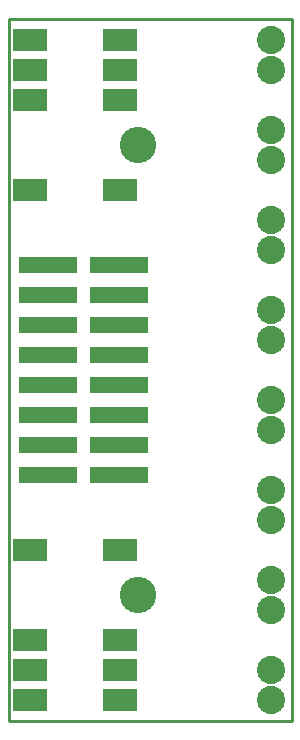
<source format=gts>
G04 #@! TF.FileFunction,Soldermask,Top*
%FSLAX46Y46*%
G04 Gerber Fmt 4.6, Leading zero omitted, Abs format (unit mm)*
G04 Created by KiCad (PCBNEW 0.201504221001+5618~22~ubuntu14.04.1-product) date Thu 30 Apr 2015 05:03:49 PM EDT*
%MOMM*%
G01*
G04 APERTURE LIST*
%ADD10C,0.100000*%
%ADD11C,0.228600*%
%ADD12R,4.895800X1.416000*%
%ADD13C,2.387600*%
%ADD14R,2.940000X1.924000*%
%ADD15C,3.092400*%
G04 APERTURE END LIST*
D10*
D11*
X25400000Y-84836000D02*
X49364900Y-84836000D01*
X49364900Y-25400000D02*
X49364900Y-84836000D01*
X25400000Y-25400000D02*
X25400000Y-84836000D01*
X25400000Y-25400000D02*
X49364900Y-25400000D01*
D12*
X28752800Y-46228000D03*
X34747200Y-46228000D03*
X28752800Y-48768000D03*
X34747200Y-48768000D03*
X28752800Y-51308000D03*
X34747200Y-51308000D03*
X28752800Y-53848000D03*
X34747200Y-53848000D03*
X28752800Y-56388000D03*
X34747200Y-56388000D03*
X28752800Y-58928000D03*
X34747200Y-58928000D03*
X28752800Y-61468000D03*
X34747200Y-61468000D03*
X28752800Y-64008000D03*
X34747200Y-64008000D03*
D13*
X47586900Y-80518000D03*
X47586900Y-83058000D03*
X47586900Y-72898000D03*
X47586900Y-75438000D03*
X47586900Y-65278000D03*
X47586900Y-67818000D03*
X47586900Y-57658000D03*
X47586900Y-60198000D03*
X47586900Y-50038000D03*
X47586900Y-52578000D03*
X47586900Y-42418000D03*
X47586900Y-44958000D03*
X47586900Y-34798000D03*
X47586900Y-37338000D03*
X47586900Y-27178000D03*
X47586900Y-29718000D03*
D14*
X27222500Y-27178000D03*
X34842500Y-27178000D03*
X27222500Y-29718000D03*
X34842500Y-29718000D03*
X27222500Y-32258000D03*
X34842500Y-32258000D03*
X27222500Y-39878000D03*
X34842500Y-39878000D03*
X27222500Y-70358000D03*
X34842500Y-70358000D03*
X27222500Y-77978000D03*
X34842500Y-77978000D03*
X27222500Y-80518000D03*
X34842500Y-80518000D03*
X27222500Y-83058000D03*
X34842500Y-83058000D03*
D15*
X36334700Y-74168000D03*
X36334700Y-36068000D03*
M02*

</source>
